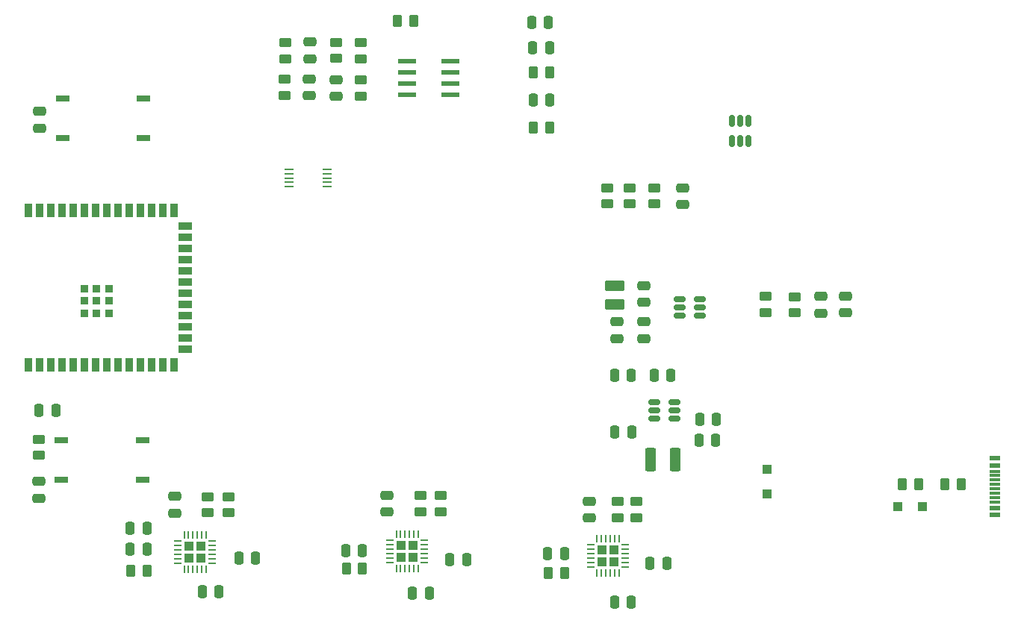
<source format=gtp>
G04 #@! TF.GenerationSoftware,KiCad,Pcbnew,8.0.1*
G04 #@! TF.CreationDate,2024-11-07T20:40:26-08:00*
G04 #@! TF.ProjectId,hope_final_project,686f7065-5f66-4696-9e61-6c5f70726f6a,rev?*
G04 #@! TF.SameCoordinates,Original*
G04 #@! TF.FileFunction,Paste,Top*
G04 #@! TF.FilePolarity,Positive*
%FSLAX46Y46*%
G04 Gerber Fmt 4.6, Leading zero omitted, Abs format (unit mm)*
G04 Created by KiCad (PCBNEW 8.0.1) date 2024-11-07 20:40:26*
%MOMM*%
%LPD*%
G01*
G04 APERTURE LIST*
G04 Aperture macros list*
%AMRoundRect*
0 Rectangle with rounded corners*
0 $1 Rounding radius*
0 $2 $3 $4 $5 $6 $7 $8 $9 X,Y pos of 4 corners*
0 Add a 4 corners polygon primitive as box body*
4,1,4,$2,$3,$4,$5,$6,$7,$8,$9,$2,$3,0*
0 Add four circle primitives for the rounded corners*
1,1,$1+$1,$2,$3*
1,1,$1+$1,$4,$5*
1,1,$1+$1,$6,$7*
1,1,$1+$1,$8,$9*
0 Add four rect primitives between the rounded corners*
20,1,$1+$1,$2,$3,$4,$5,0*
20,1,$1+$1,$4,$5,$6,$7,0*
20,1,$1+$1,$6,$7,$8,$9,0*
20,1,$1+$1,$8,$9,$2,$3,0*%
G04 Aperture macros list end*
%ADD10RoundRect,0.250000X0.262500X0.450000X-0.262500X0.450000X-0.262500X-0.450000X0.262500X-0.450000X0*%
%ADD11RoundRect,0.250000X-0.450000X0.262500X-0.450000X-0.262500X0.450000X-0.262500X0.450000X0.262500X0*%
%ADD12RoundRect,0.250000X0.450000X-0.262500X0.450000X0.262500X-0.450000X0.262500X-0.450000X-0.262500X0*%
%ADD13R,1.524000X0.762000*%
%ADD14RoundRect,0.250000X-0.250000X-0.475000X0.250000X-0.475000X0.250000X0.475000X-0.250000X0.475000X0*%
%ADD15RoundRect,0.250000X-0.262500X-0.450000X0.262500X-0.450000X0.262500X0.450000X-0.262500X0.450000X0*%
%ADD16RoundRect,0.250000X-0.300000X-0.300000X0.300000X-0.300000X0.300000X0.300000X-0.300000X0.300000X0*%
%ADD17RoundRect,0.250000X0.475000X-0.250000X0.475000X0.250000X-0.475000X0.250000X-0.475000X-0.250000X0*%
%ADD18RoundRect,0.250000X0.250000X0.475000X-0.250000X0.475000X-0.250000X-0.475000X0.250000X-0.475000X0*%
%ADD19RoundRect,0.250000X-0.475000X0.250000X-0.475000X-0.250000X0.475000X-0.250000X0.475000X0.250000X0*%
%ADD20RoundRect,0.250000X-0.295000X0.295000X-0.295000X-0.295000X0.295000X-0.295000X0.295000X0.295000X0*%
%ADD21RoundRect,0.062500X-0.062500X0.350000X-0.062500X-0.350000X0.062500X-0.350000X0.062500X0.350000X0*%
%ADD22RoundRect,0.062500X-0.350000X0.062500X-0.350000X-0.062500X0.350000X-0.062500X0.350000X0.062500X0*%
%ADD23RoundRect,0.150000X0.512500X0.150000X-0.512500X0.150000X-0.512500X-0.150000X0.512500X-0.150000X0*%
%ADD24RoundRect,0.150000X-0.150000X0.512500X-0.150000X-0.512500X0.150000X-0.512500X0.150000X0.512500X0*%
%ADD25R,2.000000X0.600000*%
%ADD26RoundRect,0.250000X-0.850000X0.375000X-0.850000X-0.375000X0.850000X-0.375000X0.850000X0.375000X0*%
%ADD27R,0.900000X1.500000*%
%ADD28R,1.500000X0.900000*%
%ADD29R,0.900000X0.900000*%
%ADD30R,1.100000X0.250000*%
%ADD31RoundRect,0.250000X0.300000X-0.300000X0.300000X0.300000X-0.300000X0.300000X-0.300000X-0.300000X0*%
%ADD32R,1.150000X0.600000*%
%ADD33R,1.150000X0.300000*%
%ADD34RoundRect,0.250000X-0.375000X-1.075000X0.375000X-1.075000X0.375000X1.075000X-0.375000X1.075000X0*%
G04 APERTURE END LIST*
D10*
X148386800Y-124917200D03*
X146561800Y-124917200D03*
D11*
X158590627Y-81245900D03*
X158590627Y-83070900D03*
D10*
X125476000Y-124460000D03*
X123651000Y-124460000D03*
D12*
X155740627Y-83083400D03*
X155740627Y-81258400D03*
D13*
X91363800Y-114355002D03*
X100558600Y-114355002D03*
X91363800Y-109855000D03*
X100558600Y-109855000D03*
D14*
X163631250Y-109893750D03*
X165531250Y-109893750D03*
D15*
X144880000Y-74375000D03*
X146705000Y-74375000D03*
D16*
X186157500Y-117384100D03*
X188957500Y-117384100D03*
D17*
X104241600Y-118160800D03*
X104241600Y-116260800D03*
D11*
X116681250Y-68912500D03*
X116681250Y-70737500D03*
D17*
X119481250Y-70787500D03*
X119481250Y-68887500D03*
D14*
X154081250Y-108943750D03*
X155981250Y-108943750D03*
D18*
X90728800Y-106527600D03*
X88828800Y-106527600D03*
X148386800Y-122732800D03*
X146486800Y-122732800D03*
D19*
X177450000Y-93560000D03*
X177450000Y-95460000D03*
D18*
X113370400Y-123240800D03*
X111470400Y-123240800D03*
X109204800Y-127050800D03*
X107304800Y-127050800D03*
D12*
X122450000Y-66562500D03*
X122450000Y-64737500D03*
D20*
X107188000Y-121920000D03*
X105838000Y-121920000D03*
X107188000Y-123270000D03*
X105838000Y-123270000D03*
D21*
X107763000Y-120632500D03*
X107263000Y-120632500D03*
X106763000Y-120632500D03*
X106263000Y-120632500D03*
X105763000Y-120632500D03*
X105263000Y-120632500D03*
D22*
X104550500Y-121345000D03*
X104550500Y-121845000D03*
X104550500Y-122345000D03*
X104550500Y-122845000D03*
X104550500Y-123345000D03*
X104550500Y-123845000D03*
D21*
X105263000Y-124557500D03*
X105763000Y-124557500D03*
X106263000Y-124557500D03*
X106763000Y-124557500D03*
X107263000Y-124557500D03*
X107763000Y-124557500D03*
D22*
X108475500Y-123845000D03*
X108475500Y-123345000D03*
X108475500Y-122845000D03*
X108475500Y-122345000D03*
X108475500Y-121845000D03*
X108475500Y-121345000D03*
D20*
X153989400Y-122311800D03*
X152639400Y-122311800D03*
X153989400Y-123661800D03*
X152639400Y-123661800D03*
D21*
X154564400Y-121024300D03*
X154064400Y-121024300D03*
X153564400Y-121024300D03*
X153064400Y-121024300D03*
X152564400Y-121024300D03*
X152064400Y-121024300D03*
D22*
X151351900Y-121736800D03*
X151351900Y-122236800D03*
X151351900Y-122736800D03*
X151351900Y-123236800D03*
X151351900Y-123736800D03*
X151351900Y-124236800D03*
D21*
X152064400Y-124949300D03*
X152564400Y-124949300D03*
X153064400Y-124949300D03*
X153564400Y-124949300D03*
X154064400Y-124949300D03*
X154564400Y-124949300D03*
D22*
X155276900Y-124236800D03*
X155276900Y-123736800D03*
X155276900Y-123236800D03*
X155276900Y-122736800D03*
X155276900Y-122236800D03*
X155276900Y-121736800D03*
D11*
X88798400Y-109782600D03*
X88798400Y-111607600D03*
D23*
X160868750Y-107456250D03*
X160868750Y-106506250D03*
X160868750Y-105556250D03*
X158593750Y-105556250D03*
X158593750Y-106506250D03*
X158593750Y-107456250D03*
D13*
X91465400Y-75579801D03*
X100660200Y-75579801D03*
X91465400Y-71079799D03*
X100660200Y-71079799D03*
D17*
X88823800Y-116469200D03*
X88823800Y-114569200D03*
D20*
X131231000Y-121840000D03*
X129881000Y-121840000D03*
X131231000Y-123190000D03*
X129881000Y-123190000D03*
D21*
X131806000Y-120552500D03*
X131306000Y-120552500D03*
X130806000Y-120552500D03*
X130306000Y-120552500D03*
X129806000Y-120552500D03*
X129306000Y-120552500D03*
D22*
X128593500Y-121265000D03*
X128593500Y-121765000D03*
X128593500Y-122265000D03*
X128593500Y-122765000D03*
X128593500Y-123265000D03*
X128593500Y-123765000D03*
D21*
X129306000Y-124477500D03*
X129806000Y-124477500D03*
X130306000Y-124477500D03*
X130806000Y-124477500D03*
X131306000Y-124477500D03*
X131806000Y-124477500D03*
D22*
X132518500Y-123765000D03*
X132518500Y-123265000D03*
X132518500Y-122765000D03*
X132518500Y-122265000D03*
X132518500Y-121765000D03*
X132518500Y-121265000D03*
D19*
X119525000Y-64687500D03*
X119525000Y-66587500D03*
D24*
X169225000Y-73665500D03*
X168275000Y-73665500D03*
X167325000Y-73665500D03*
X167325000Y-75940500D03*
X168275000Y-75940500D03*
X169225000Y-75940500D03*
D18*
X160450000Y-102550000D03*
X158550000Y-102550000D03*
D12*
X156565600Y-118668800D03*
X156565600Y-116843800D03*
D11*
X171150000Y-93577500D03*
X171150000Y-95402500D03*
D10*
X188520800Y-114844100D03*
X186695800Y-114844100D03*
D11*
X125250000Y-68987500D03*
X125250000Y-70812500D03*
D18*
X155940800Y-128219200D03*
X154040800Y-128219200D03*
D19*
X122450000Y-68950000D03*
X122450000Y-70850000D03*
D25*
X130531250Y-66867500D03*
X130531250Y-68137500D03*
X130531250Y-69407500D03*
X130531250Y-70677500D03*
X135431250Y-70677500D03*
X135431250Y-69407500D03*
X135431250Y-68137500D03*
X135431250Y-66867500D03*
D11*
X153240627Y-81245900D03*
X153240627Y-83070900D03*
D17*
X151231600Y-118704400D03*
X151231600Y-116804400D03*
D12*
X154381200Y-118668800D03*
X154381200Y-116843800D03*
D18*
X101041200Y-122224800D03*
X99141200Y-122224800D03*
X146725000Y-71275000D03*
X144825000Y-71275000D03*
D14*
X163681250Y-107493750D03*
X165581250Y-107493750D03*
D12*
X132080000Y-118006500D03*
X132080000Y-116181500D03*
D19*
X154300000Y-96450000D03*
X154300000Y-98350000D03*
D26*
X154100000Y-92325000D03*
X154100000Y-94475000D03*
D18*
X101041200Y-119888000D03*
X99141200Y-119888000D03*
X137282000Y-123444000D03*
X135382000Y-123444000D03*
D12*
X107950000Y-118110000D03*
X107950000Y-116285000D03*
D10*
X146700000Y-68125000D03*
X144875000Y-68125000D03*
X131262500Y-62300000D03*
X129437500Y-62300000D03*
D12*
X125300000Y-66612500D03*
X125300000Y-64787500D03*
D18*
X125476000Y-122428000D03*
X123576000Y-122428000D03*
D19*
X157412500Y-92362500D03*
X157412500Y-94262500D03*
D18*
X146575000Y-62475000D03*
X144675000Y-62475000D03*
X133030000Y-127254000D03*
X131130000Y-127254000D03*
D12*
X116725000Y-66587500D03*
X116725000Y-64762500D03*
X174450000Y-95422500D03*
X174450000Y-93597500D03*
D19*
X161790627Y-81270900D03*
X161790627Y-83170900D03*
D15*
X191496400Y-114844100D03*
X193321400Y-114844100D03*
D10*
X101041200Y-124663200D03*
X99216200Y-124663200D03*
D18*
X159954000Y-123850400D03*
X158054000Y-123850400D03*
D27*
X87603200Y-101309200D03*
X88873200Y-101309200D03*
X90143200Y-101309200D03*
X91413200Y-101309200D03*
X92683200Y-101309200D03*
X93953200Y-101309200D03*
X95223200Y-101309200D03*
X96493200Y-101309200D03*
X97763200Y-101309200D03*
X99033200Y-101309200D03*
X100303200Y-101309200D03*
X101573200Y-101309200D03*
X102843200Y-101309200D03*
X104113200Y-101309200D03*
D28*
X105363200Y-99544200D03*
X105363200Y-98274200D03*
X105363200Y-97004200D03*
X105363200Y-95734200D03*
X105363200Y-94464200D03*
X105363200Y-93194200D03*
X105363200Y-91924200D03*
X105363200Y-90654200D03*
X105363200Y-89384200D03*
X105363200Y-88114200D03*
X105363200Y-86844200D03*
X105363200Y-85574200D03*
D27*
X104113200Y-83809200D03*
X102843200Y-83809200D03*
X101573200Y-83809200D03*
X100303200Y-83809200D03*
X99033200Y-83809200D03*
X97763200Y-83809200D03*
X96493200Y-83809200D03*
X95223200Y-83809200D03*
X93953200Y-83809200D03*
X92683200Y-83809200D03*
X91413200Y-83809200D03*
X90143200Y-83809200D03*
X88873200Y-83809200D03*
X87603200Y-83809200D03*
D29*
X93923200Y-95459200D03*
X95323200Y-95459200D03*
X96723200Y-95459200D03*
X96723200Y-95459200D03*
X93923200Y-94059200D03*
X93923200Y-94059200D03*
X95323200Y-94059200D03*
X96723200Y-94059200D03*
X93923200Y-92659200D03*
X95323200Y-92659200D03*
X96723200Y-92659200D03*
D30*
X117175000Y-79125000D03*
X117175000Y-79625000D03*
X117175000Y-80125000D03*
X117175000Y-80625000D03*
X117175000Y-81125000D03*
X121475000Y-81125000D03*
X121475000Y-80625000D03*
X121475000Y-80125000D03*
X121475000Y-79625000D03*
X121475000Y-79125000D03*
D31*
X171323000Y-115954000D03*
X171323000Y-113154000D03*
D17*
X128270000Y-118044000D03*
X128270000Y-116144000D03*
D18*
X155931250Y-102543750D03*
X154031250Y-102543750D03*
D23*
X163700000Y-95750000D03*
X163700000Y-94800000D03*
X163700000Y-93850000D03*
X161425000Y-93850000D03*
X161425000Y-94800000D03*
X161425000Y-95750000D03*
D17*
X88849200Y-74457600D03*
X88849200Y-72557600D03*
D12*
X134366000Y-118006500D03*
X134366000Y-116181500D03*
D19*
X180260000Y-93530000D03*
X180260000Y-95430000D03*
D32*
X197165000Y-118350000D03*
X197165000Y-117550000D03*
D33*
X197165000Y-116400000D03*
X197165000Y-115400000D03*
X197165000Y-114900000D03*
X197165000Y-113900000D03*
D32*
X197165000Y-111950000D03*
X197165000Y-112750000D03*
D33*
X197165000Y-113400000D03*
X197165000Y-114400000D03*
X197165000Y-115900000D03*
X197165000Y-116900000D03*
D12*
X110286800Y-118108100D03*
X110286800Y-116283100D03*
D34*
X158131250Y-112093750D03*
X160931250Y-112093750D03*
D19*
X157400000Y-96450000D03*
X157400000Y-98350000D03*
D18*
X146675000Y-65325000D03*
X144775000Y-65325000D03*
M02*

</source>
